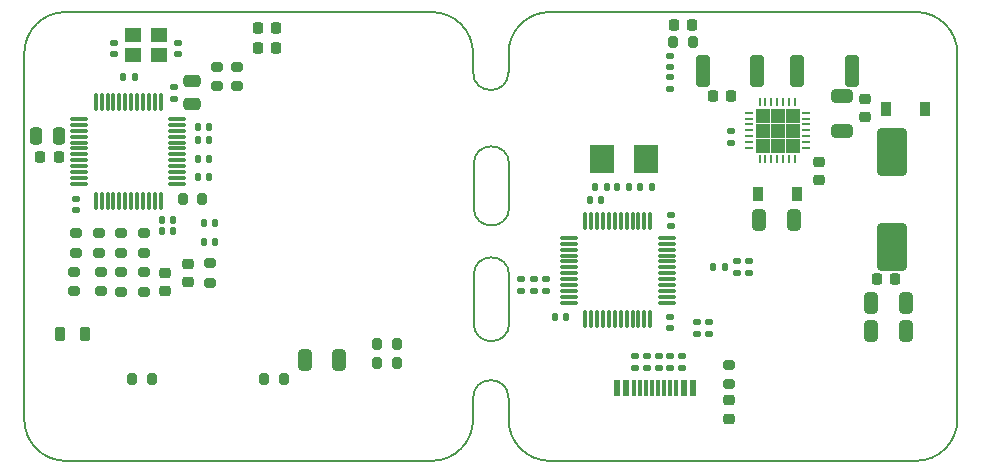
<source format=gbr>
%TF.GenerationSoftware,KiCad,Pcbnew,(6.0.1-0)*%
%TF.CreationDate,2023-01-25T00:15:57+01:00*%
%TF.ProjectId,ethersweep,65746865-7273-4776-9565-702e6b696361,2.0.1*%
%TF.SameCoordinates,Original*%
%TF.FileFunction,Paste,Top*%
%TF.FilePolarity,Positive*%
%FSLAX46Y46*%
G04 Gerber Fmt 4.6, Leading zero omitted, Abs format (unit mm)*
G04 Created by KiCad (PCBNEW (6.0.1-0)) date 2023-01-25 00:15:57*
%MOMM*%
%LPD*%
G01*
G04 APERTURE LIST*
G04 Aperture macros list*
%AMRoundRect*
0 Rectangle with rounded corners*
0 $1 Rounding radius*
0 $2 $3 $4 $5 $6 $7 $8 $9 X,Y pos of 4 corners*
0 Add a 4 corners polygon primitive as box body*
4,1,4,$2,$3,$4,$5,$6,$7,$8,$9,$2,$3,0*
0 Add four circle primitives for the rounded corners*
1,1,$1+$1,$2,$3*
1,1,$1+$1,$4,$5*
1,1,$1+$1,$6,$7*
1,1,$1+$1,$8,$9*
0 Add four rect primitives between the rounded corners*
20,1,$1+$1,$2,$3,$4,$5,0*
20,1,$1+$1,$4,$5,$6,$7,0*
20,1,$1+$1,$6,$7,$8,$9,0*
20,1,$1+$1,$8,$9,$2,$3,0*%
G04 Aperture macros list end*
%TA.AperFunction,Profile*%
%ADD10C,0.150000*%
%TD*%
%ADD11C,0.100000*%
%ADD12RoundRect,0.200000X0.200000X0.275000X-0.200000X0.275000X-0.200000X-0.275000X0.200000X-0.275000X0*%
%ADD13RoundRect,0.250000X0.475000X-0.250000X0.475000X0.250000X-0.475000X0.250000X-0.475000X-0.250000X0*%
%ADD14RoundRect,0.218750X-0.218750X-0.381250X0.218750X-0.381250X0.218750X0.381250X-0.218750X0.381250X0*%
%ADD15R,1.400000X1.200000*%
%ADD16RoundRect,0.140000X-0.140000X-0.170000X0.140000X-0.170000X0.140000X0.170000X-0.140000X0.170000X0*%
%ADD17RoundRect,0.075000X0.075000X-0.662500X0.075000X0.662500X-0.075000X0.662500X-0.075000X-0.662500X0*%
%ADD18RoundRect,0.075000X0.662500X-0.075000X0.662500X0.075000X-0.662500X0.075000X-0.662500X-0.075000X0*%
%ADD19RoundRect,0.140000X0.170000X-0.140000X0.170000X0.140000X-0.170000X0.140000X-0.170000X-0.140000X0*%
%ADD20RoundRect,0.250000X0.250000X0.475000X-0.250000X0.475000X-0.250000X-0.475000X0.250000X-0.475000X0*%
%ADD21RoundRect,0.200000X0.275000X-0.200000X0.275000X0.200000X-0.275000X0.200000X-0.275000X-0.200000X0*%
%ADD22RoundRect,0.225000X-0.250000X0.225000X-0.250000X-0.225000X0.250000X-0.225000X0.250000X0.225000X0*%
%ADD23RoundRect,0.140000X0.140000X0.170000X-0.140000X0.170000X-0.140000X-0.170000X0.140000X-0.170000X0*%
%ADD24RoundRect,0.250000X0.325000X0.650000X-0.325000X0.650000X-0.325000X-0.650000X0.325000X-0.650000X0*%
%ADD25RoundRect,0.225000X0.250000X-0.225000X0.250000X0.225000X-0.250000X0.225000X-0.250000X-0.225000X0*%
%ADD26RoundRect,0.135000X0.135000X0.185000X-0.135000X0.185000X-0.135000X-0.185000X0.135000X-0.185000X0*%
%ADD27RoundRect,0.218750X0.218750X0.256250X-0.218750X0.256250X-0.218750X-0.256250X0.218750X-0.256250X0*%
%ADD28RoundRect,0.218750X0.256250X-0.218750X0.256250X0.218750X-0.256250X0.218750X-0.256250X-0.218750X0*%
%ADD29RoundRect,0.200000X-0.275000X0.200000X-0.275000X-0.200000X0.275000X-0.200000X0.275000X0.200000X0*%
%ADD30RoundRect,0.135000X0.185000X-0.135000X0.185000X0.135000X-0.185000X0.135000X-0.185000X-0.135000X0*%
%ADD31RoundRect,0.140000X-0.170000X0.140000X-0.170000X-0.140000X0.170000X-0.140000X0.170000X0.140000X0*%
%ADD32R,0.762000X0.254000*%
%ADD33R,0.254000X0.762000*%
%ADD34R,0.600000X1.450000*%
%ADD35R,0.300000X1.450000*%
%ADD36RoundRect,0.250000X1.000000X-1.750000X1.000000X1.750000X-1.000000X1.750000X-1.000000X-1.750000X0*%
%ADD37RoundRect,0.250000X-0.362500X-1.075000X0.362500X-1.075000X0.362500X1.075000X-0.362500X1.075000X0*%
%ADD38RoundRect,0.225000X-0.225000X-0.250000X0.225000X-0.250000X0.225000X0.250000X-0.225000X0.250000X0*%
%ADD39RoundRect,0.250000X-0.650000X0.325000X-0.650000X-0.325000X0.650000X-0.325000X0.650000X0.325000X0*%
%ADD40RoundRect,0.250000X-0.325000X-0.650000X0.325000X-0.650000X0.325000X0.650000X-0.325000X0.650000X0*%
%ADD41RoundRect,0.250000X0.362500X1.075000X-0.362500X1.075000X-0.362500X-1.075000X0.362500X-1.075000X0*%
%ADD42RoundRect,0.075000X-0.075000X0.662500X-0.075000X-0.662500X0.075000X-0.662500X0.075000X0.662500X0*%
%ADD43RoundRect,0.075000X-0.662500X0.075000X-0.662500X-0.075000X0.662500X-0.075000X0.662500X0.075000X0*%
%ADD44RoundRect,0.200000X-0.200000X-0.275000X0.200000X-0.275000X0.200000X0.275000X-0.200000X0.275000X0*%
%ADD45R,0.900000X1.200000*%
%ADD46RoundRect,0.225000X0.225000X0.250000X-0.225000X0.250000X-0.225000X-0.250000X0.225000X-0.250000X0*%
%ADD47RoundRect,0.218750X-0.218750X-0.256250X0.218750X-0.256250X0.218750X0.256250X-0.218750X0.256250X0*%
%ADD48R,2.000000X2.400000*%
%ADD49RoundRect,0.135000X-0.185000X0.135000X-0.185000X-0.135000X0.185000X-0.135000X0.185000X0.135000X0*%
G04 APERTURE END LIST*
D10*
X187150000Y-39570000D02*
X187150000Y-43270000D01*
X184150000Y-43270000D02*
X184150000Y-39570000D01*
X184150000Y-53070000D02*
X184150000Y-48970000D01*
X187150000Y-48970000D02*
X187150000Y-53070000D01*
X187150000Y-39570000D02*
G75*
G03*
X184150000Y-39570000I-1500000J0D01*
G01*
X184150000Y-43270000D02*
G75*
G03*
X187150000Y-43270000I1500000J0D01*
G01*
X184150000Y-53070000D02*
G75*
G03*
X187150000Y-53070000I1500000J0D01*
G01*
X187150000Y-48970000D02*
G75*
G03*
X184150000Y-48970000I-1500000J0D01*
G01*
X184100000Y-31800000D02*
G75*
G03*
X187100000Y-31800000I1500000J0D01*
G01*
X187100000Y-59370000D02*
G75*
G03*
X184100000Y-59370000I-1500000J0D01*
G01*
X184100000Y-31800000D02*
X184100000Y-30200000D01*
X184100000Y-60700000D02*
X184100000Y-59400000D01*
X180600000Y-26700000D02*
X149600000Y-26700000D01*
X149600000Y-26700000D02*
G75*
G03*
X146100000Y-30200000I-1J-3499999D01*
G01*
X184100000Y-30200000D02*
G75*
G03*
X180600000Y-26700000I-3499999J1D01*
G01*
X180600000Y-64700000D02*
G75*
G03*
X184100000Y-61200000I1J3499999D01*
G01*
X146100000Y-30200000D02*
X146100000Y-61200000D01*
X149600000Y-64700000D02*
X180600000Y-64700000D01*
X146100000Y-61200000D02*
G75*
G03*
X149600000Y-64700000I3499999J-1D01*
G01*
X184100000Y-61200000D02*
X184100000Y-60700000D01*
X225100000Y-61200000D02*
X225100000Y-30200000D01*
X190600000Y-64700000D02*
X221600000Y-64700000D01*
X187100000Y-61200000D02*
G75*
G03*
X190600000Y-64700000I3499999J-1D01*
G01*
X221600000Y-64700000D02*
G75*
G03*
X225100000Y-61200000I1J3499999D01*
G01*
X190600000Y-26700000D02*
G75*
G03*
X187100000Y-30200000I-1J-3499999D01*
G01*
X190600000Y-26700000D02*
X221600000Y-26700000D01*
X187100000Y-30200000D02*
X187100000Y-30700000D01*
X187100000Y-61200000D02*
X187100000Y-59400000D01*
X187100000Y-31800000D02*
X187100000Y-30700000D01*
X225100000Y-30200000D02*
G75*
G03*
X221600000Y-26700000I-3499999J1D01*
G01*
D11*
X210585000Y-36185000D02*
X210585000Y-37255000D01*
X210585000Y-37255000D02*
X211655000Y-37255000D01*
X211655000Y-37255000D02*
X211655000Y-36185000D01*
X211655000Y-36185000D02*
X210585000Y-36185000D01*
G36*
X211655000Y-37255000D02*
G01*
X210585000Y-37255000D01*
X210585000Y-36185000D01*
X211655000Y-36185000D01*
X211655000Y-37255000D01*
G37*
X211655000Y-37255000D02*
X210585000Y-37255000D01*
X210585000Y-36185000D01*
X211655000Y-36185000D01*
X211655000Y-37255000D01*
X210585000Y-37455000D02*
X210585000Y-38525000D01*
X210585000Y-38525000D02*
X211655000Y-38525000D01*
X211655000Y-38525000D02*
X211655000Y-37455000D01*
X211655000Y-37455000D02*
X210585000Y-37455000D01*
G36*
X211655000Y-38525000D02*
G01*
X210585000Y-38525000D01*
X210585000Y-37455000D01*
X211655000Y-37455000D01*
X211655000Y-38525000D01*
G37*
X211655000Y-38525000D02*
X210585000Y-38525000D01*
X210585000Y-37455000D01*
X211655000Y-37455000D01*
X211655000Y-38525000D01*
X208045000Y-34915000D02*
X208045000Y-35985000D01*
X208045000Y-35985000D02*
X209115000Y-35985000D01*
X209115000Y-35985000D02*
X209115000Y-34915000D01*
X209115000Y-34915000D02*
X208045000Y-34915000D01*
G36*
X209115000Y-35985000D02*
G01*
X208045000Y-35985000D01*
X208045000Y-34915000D01*
X209115000Y-34915000D01*
X209115000Y-35985000D01*
G37*
X209115000Y-35985000D02*
X208045000Y-35985000D01*
X208045000Y-34915000D01*
X209115000Y-34915000D01*
X209115000Y-35985000D01*
X210585000Y-34915000D02*
X210585000Y-35985000D01*
X210585000Y-35985000D02*
X211655000Y-35985000D01*
X211655000Y-35985000D02*
X211655000Y-34915000D01*
X211655000Y-34915000D02*
X210585000Y-34915000D01*
G36*
X211655000Y-35985000D02*
G01*
X210585000Y-35985000D01*
X210585000Y-34915000D01*
X211655000Y-34915000D01*
X211655000Y-35985000D01*
G37*
X211655000Y-35985000D02*
X210585000Y-35985000D01*
X210585000Y-34915000D01*
X211655000Y-34915000D01*
X211655000Y-35985000D01*
X208045000Y-36185000D02*
X208045000Y-37255000D01*
X208045000Y-37255000D02*
X209115000Y-37255000D01*
X209115000Y-37255000D02*
X209115000Y-36185000D01*
X209115000Y-36185000D02*
X208045000Y-36185000D01*
G36*
X209115000Y-37255000D02*
G01*
X208045000Y-37255000D01*
X208045000Y-36185000D01*
X209115000Y-36185000D01*
X209115000Y-37255000D01*
G37*
X209115000Y-37255000D02*
X208045000Y-37255000D01*
X208045000Y-36185000D01*
X209115000Y-36185000D01*
X209115000Y-37255000D01*
X209315000Y-36185000D02*
X209315000Y-37255000D01*
X209315000Y-37255000D02*
X210385000Y-37255000D01*
X210385000Y-37255000D02*
X210385000Y-36185000D01*
X210385000Y-36185000D02*
X209315000Y-36185000D01*
G36*
X210385000Y-37255000D02*
G01*
X209315000Y-37255000D01*
X209315000Y-36185000D01*
X210385000Y-36185000D01*
X210385000Y-37255000D01*
G37*
X210385000Y-37255000D02*
X209315000Y-37255000D01*
X209315000Y-36185000D01*
X210385000Y-36185000D01*
X210385000Y-37255000D01*
X208045000Y-37455000D02*
X208045000Y-38525000D01*
X208045000Y-38525000D02*
X209115000Y-38525000D01*
X209115000Y-38525000D02*
X209115000Y-37455000D01*
X209115000Y-37455000D02*
X208045000Y-37455000D01*
G36*
X209115000Y-38525000D02*
G01*
X208045000Y-38525000D01*
X208045000Y-37455000D01*
X209115000Y-37455000D01*
X209115000Y-38525000D01*
G37*
X209115000Y-38525000D02*
X208045000Y-38525000D01*
X208045000Y-37455000D01*
X209115000Y-37455000D01*
X209115000Y-38525000D01*
X209315000Y-37455000D02*
X209315000Y-38525000D01*
X209315000Y-38525000D02*
X210385000Y-38525000D01*
X210385000Y-38525000D02*
X210385000Y-37455000D01*
X210385000Y-37455000D02*
X209315000Y-37455000D01*
G36*
X210385000Y-38525000D02*
G01*
X209315000Y-38525000D01*
X209315000Y-37455000D01*
X210385000Y-37455000D01*
X210385000Y-38525000D01*
G37*
X210385000Y-38525000D02*
X209315000Y-38525000D01*
X209315000Y-37455000D01*
X210385000Y-37455000D01*
X210385000Y-38525000D01*
X209315000Y-34915000D02*
X209315000Y-35985000D01*
X209315000Y-35985000D02*
X210385000Y-35985000D01*
X210385000Y-35985000D02*
X210385000Y-34915000D01*
X210385000Y-34915000D02*
X209315000Y-34915000D01*
G36*
X210385000Y-35985000D02*
G01*
X209315000Y-35985000D01*
X209315000Y-34915000D01*
X210385000Y-34915000D01*
X210385000Y-35985000D01*
G37*
X210385000Y-35985000D02*
X209315000Y-35985000D01*
X209315000Y-34915000D01*
X210385000Y-34915000D01*
X210385000Y-35985000D01*
D12*
X161175000Y-42570000D03*
X159525000Y-42570000D03*
D13*
X160300000Y-34450000D03*
X160300000Y-32550000D03*
D14*
X149137500Y-54000000D03*
X151262500Y-54000000D03*
D12*
X177625000Y-56400000D03*
X175975000Y-56400000D03*
D15*
X155300000Y-30350000D03*
X157500000Y-30350000D03*
X157500000Y-28650000D03*
X155300000Y-28650000D03*
D16*
X160770000Y-37550000D03*
X161730000Y-37550000D03*
D17*
X152150000Y-42662500D03*
X152650000Y-42662500D03*
X153150000Y-42662500D03*
X153650000Y-42662500D03*
X154150000Y-42662500D03*
X154650000Y-42662500D03*
X155150000Y-42662500D03*
X155650000Y-42662500D03*
X156150000Y-42662500D03*
X156650000Y-42662500D03*
X157150000Y-42662500D03*
X157650000Y-42662500D03*
D18*
X159062500Y-41250000D03*
X159062500Y-40750000D03*
X159062500Y-40250000D03*
X159062500Y-39750000D03*
X159062500Y-39250000D03*
X159062500Y-38750000D03*
X159062500Y-38250000D03*
X159062500Y-37750000D03*
X159062500Y-37250000D03*
X159062500Y-36750000D03*
X159062500Y-36250000D03*
X159062500Y-35750000D03*
D17*
X157650000Y-34337500D03*
X157150000Y-34337500D03*
X156650000Y-34337500D03*
X156150000Y-34337500D03*
X155650000Y-34337500D03*
X155150000Y-34337500D03*
X154650000Y-34337500D03*
X154150000Y-34337500D03*
X153650000Y-34337500D03*
X153150000Y-34337500D03*
X152650000Y-34337500D03*
X152150000Y-34337500D03*
D18*
X150737500Y-35750000D03*
X150737500Y-36250000D03*
X150737500Y-36750000D03*
X150737500Y-37250000D03*
X150737500Y-37750000D03*
X150737500Y-38250000D03*
X150737500Y-38750000D03*
X150737500Y-39250000D03*
X150737500Y-39750000D03*
X150737500Y-40250000D03*
X150737500Y-40750000D03*
X150737500Y-41250000D03*
D16*
X160770000Y-36470000D03*
X161730000Y-36470000D03*
D12*
X177625000Y-54800000D03*
X175975000Y-54800000D03*
D19*
X153700000Y-30280000D03*
X153700000Y-29320000D03*
X159100000Y-30280000D03*
X159100000Y-29320000D03*
D20*
X149000000Y-37200000D03*
X147100000Y-37200000D03*
D21*
X156200000Y-50375000D03*
X156200000Y-48725000D03*
X156200000Y-47075000D03*
X156200000Y-45425000D03*
X154300000Y-47075000D03*
X154300000Y-45425000D03*
X152400000Y-47075000D03*
X152400000Y-45425000D03*
X150500000Y-47075000D03*
X150500000Y-45425000D03*
D22*
X158000000Y-48775000D03*
X158000000Y-50325000D03*
D23*
X162280000Y-44600000D03*
X161320000Y-44600000D03*
X162280000Y-46200000D03*
X161320000Y-46200000D03*
D24*
X172783000Y-56164400D03*
X169833000Y-56164400D03*
D25*
X160000000Y-49575000D03*
X160000000Y-48025000D03*
D21*
X161800000Y-49625000D03*
X161800000Y-47975000D03*
D26*
X155510000Y-32200000D03*
X154490000Y-32200000D03*
D21*
X150276800Y-50325000D03*
X150276800Y-48675000D03*
X152600000Y-50325000D03*
X152600000Y-48675000D03*
X154300000Y-50375000D03*
X154300000Y-48725000D03*
X164150000Y-32995000D03*
X164150000Y-31345000D03*
X162450000Y-32970000D03*
X162450000Y-31320000D03*
D27*
X167437500Y-29770000D03*
X165862500Y-29770000D03*
D28*
X205750000Y-61157500D03*
X205750000Y-59582500D03*
D29*
X205750000Y-56545000D03*
X205750000Y-58195000D03*
D30*
X201800000Y-56830000D03*
X201800000Y-55810000D03*
D16*
X160770000Y-40670000D03*
X161730000Y-40670000D03*
D31*
X205950000Y-36790000D03*
X205950000Y-37750000D03*
D32*
X207424300Y-35220000D03*
X207424300Y-35719999D03*
X207424300Y-36220001D03*
X207424300Y-36720000D03*
X207424300Y-37219999D03*
X207424300Y-37720001D03*
X207424300Y-38220000D03*
D33*
X208350000Y-39145700D03*
X208849999Y-39145700D03*
X209350001Y-39145700D03*
X209850000Y-39145700D03*
X210349999Y-39145700D03*
X210850001Y-39145700D03*
X211350000Y-39145700D03*
D32*
X212275700Y-38220000D03*
X212275700Y-37720001D03*
X212275700Y-37219999D03*
X212275700Y-36720000D03*
X212275700Y-36220001D03*
X212275700Y-35719999D03*
X212275700Y-35220000D03*
D33*
X211350000Y-34294300D03*
X210850001Y-34294300D03*
X210349999Y-34294300D03*
X209850000Y-34294300D03*
X209350001Y-34294300D03*
X208849999Y-34294300D03*
X208350000Y-34294300D03*
D34*
X196252000Y-58496000D03*
X197052000Y-58496000D03*
D35*
X198252000Y-58496000D03*
X199252000Y-58496000D03*
X199752000Y-58496000D03*
X200752000Y-58496000D03*
D34*
X201952000Y-58496000D03*
X202752000Y-58496000D03*
X202752000Y-58496000D03*
X201952000Y-58496000D03*
D35*
X201252000Y-58496000D03*
X200252000Y-58496000D03*
X198752000Y-58496000D03*
X197752000Y-58496000D03*
D34*
X197052000Y-58496000D03*
X196252000Y-58496000D03*
D36*
X219550000Y-46570000D03*
X219550000Y-38570000D03*
D30*
X198800000Y-56830000D03*
X198800000Y-55810000D03*
D37*
X203537500Y-31670000D03*
X208162500Y-31670000D03*
D16*
X157772400Y-45242400D03*
X158732400Y-45242400D03*
D19*
X158800000Y-34050000D03*
X158800000Y-33090000D03*
D30*
X190300000Y-50350000D03*
X190300000Y-49330000D03*
D27*
X167437500Y-28070000D03*
X165862500Y-28070000D03*
D25*
X217300000Y-35595000D03*
X217300000Y-34045000D03*
D38*
X218275000Y-49320000D03*
X219825000Y-49320000D03*
D30*
X200810000Y-33210000D03*
X200810000Y-32190000D03*
D39*
X215325000Y-33845000D03*
X215325000Y-36795000D03*
D40*
X217825000Y-53720000D03*
X220775000Y-53720000D03*
D30*
X207450000Y-48830000D03*
X207450000Y-47810000D03*
D16*
X157770000Y-44270000D03*
X158730000Y-44270000D03*
X204430000Y-48320000D03*
X205390000Y-48320000D03*
D23*
X199210000Y-41540000D03*
X198250000Y-41540000D03*
D31*
X200772000Y-52484000D03*
X200772000Y-53444000D03*
D30*
X200800000Y-56830000D03*
X200800000Y-55810000D03*
D41*
X216162500Y-31670000D03*
X211537500Y-31670000D03*
D23*
X195410000Y-41540000D03*
X194450000Y-41540000D03*
D31*
X200800000Y-30386000D03*
X200800000Y-31346000D03*
D42*
X199100000Y-44407500D03*
X198600000Y-44407500D03*
X198100000Y-44407500D03*
X197600000Y-44407500D03*
X197100000Y-44407500D03*
X196600000Y-44407500D03*
X196100000Y-44407500D03*
X195600000Y-44407500D03*
X195100000Y-44407500D03*
X194600000Y-44407500D03*
X194100000Y-44407500D03*
X193600000Y-44407500D03*
D43*
X192187500Y-45820000D03*
X192187500Y-46320000D03*
X192187500Y-46820000D03*
X192187500Y-47320000D03*
X192187500Y-47820000D03*
X192187500Y-48320000D03*
X192187500Y-48820000D03*
X192187500Y-49320000D03*
X192187500Y-49820000D03*
X192187500Y-50320000D03*
X192187500Y-50820000D03*
X192187500Y-51320000D03*
D42*
X193600000Y-52732500D03*
X194100000Y-52732500D03*
X194600000Y-52732500D03*
X195100000Y-52732500D03*
X195600000Y-52732500D03*
X196100000Y-52732500D03*
X196600000Y-52732500D03*
X197100000Y-52732500D03*
X197600000Y-52732500D03*
X198100000Y-52732500D03*
X198600000Y-52732500D03*
X199100000Y-52732500D03*
D43*
X200512500Y-51320000D03*
X200512500Y-50820000D03*
X200512500Y-50320000D03*
X200512500Y-49820000D03*
X200512500Y-49320000D03*
X200512500Y-48820000D03*
X200512500Y-48320000D03*
X200512500Y-47820000D03*
X200512500Y-47320000D03*
X200512500Y-46820000D03*
X200512500Y-46320000D03*
X200512500Y-45820000D03*
D44*
X166419000Y-57790000D03*
X168069000Y-57790000D03*
D30*
X188190000Y-50340000D03*
X188190000Y-49320000D03*
D45*
X208189400Y-42128000D03*
X211489400Y-42128000D03*
D30*
X204090000Y-53960000D03*
X204090000Y-52940000D03*
D19*
X200890000Y-44840000D03*
X200890000Y-43880000D03*
D26*
X197340000Y-41540000D03*
X196320000Y-41540000D03*
D46*
X205925000Y-33770000D03*
X204375000Y-33770000D03*
D30*
X197800000Y-56830000D03*
X197800000Y-55810000D03*
D45*
X219075000Y-34920000D03*
X222375000Y-34920000D03*
D31*
X150450000Y-42490000D03*
X150450000Y-43450000D03*
D44*
X155243000Y-57790000D03*
X156893000Y-57790000D03*
D22*
X213370400Y-39395000D03*
X213370400Y-40945000D03*
D23*
X191955600Y-52557600D03*
X190995600Y-52557600D03*
D47*
X201082500Y-27770000D03*
X202657500Y-27770000D03*
D40*
X217825000Y-51320000D03*
X220775000Y-51320000D03*
D12*
X202714600Y-29240400D03*
X201064600Y-29240400D03*
D30*
X189220000Y-50350000D03*
X189220000Y-49330000D03*
D48*
X198700000Y-39140000D03*
X195000000Y-39140000D03*
D46*
X149019800Y-38943200D03*
X147469800Y-38943200D03*
D40*
X208339400Y-44328000D03*
X211289400Y-44328000D03*
D16*
X194010000Y-42600000D03*
X194970000Y-42600000D03*
D49*
X203050000Y-52930000D03*
X203050000Y-53950000D03*
D30*
X199800000Y-56830000D03*
X199800000Y-55810000D03*
D16*
X160770000Y-39149096D03*
X161730000Y-39149096D03*
D30*
X206450000Y-48830000D03*
X206450000Y-47810000D03*
M02*

</source>
